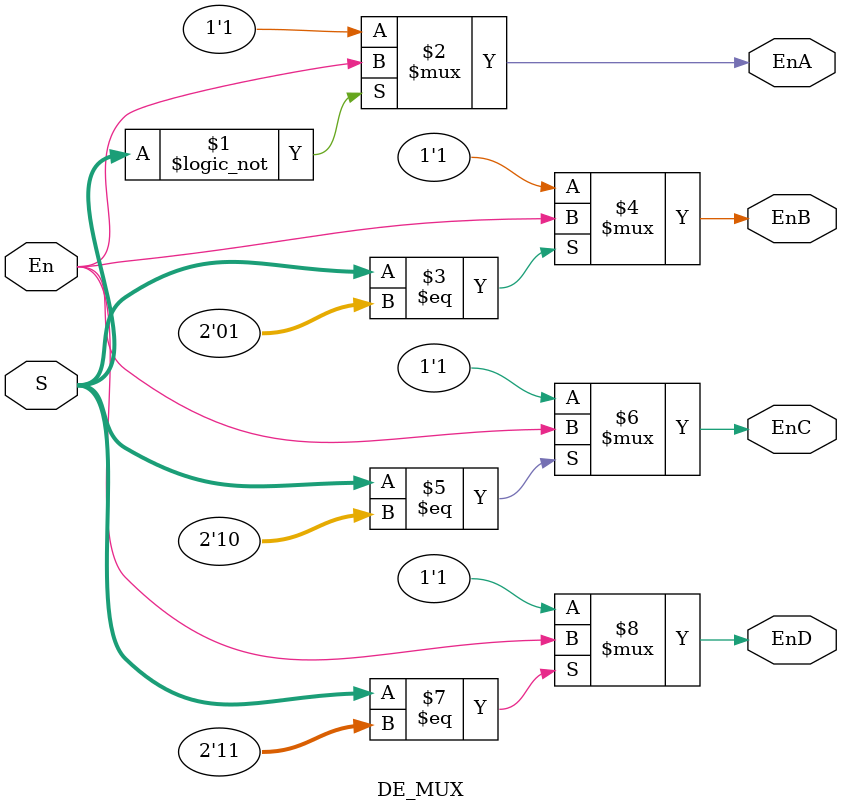
<source format=sv>
module DE_MUX(En,S,EnA,EnB,EnC,EnD);
  input En;
  input [1:0] S;
  output EnA,EnB,EnC,EnD;
 
  assign EnA = (S==2'b00) ? En: 1'b1;
  assign EnB = (S==2'b01) ? En: 1'b1;
  assign EnC = (S==2'b10) ? En: 1'b1;
  assign EnD = (S==2'b11) ? En: 1'b1;
 
endmodule

</source>
